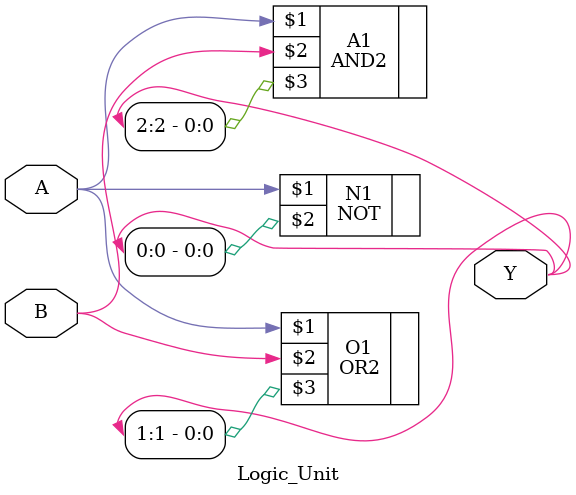
<source format=v>
`timescale 1ns / 1ps


module Logic_Unit(
    input A, B,
    output [0:2] Y
    );
    
    NOT N1 (A, Y[0]);
    OR2 O1 (A, B, Y[1]);
    AND2 A1 (A, B, Y[2]);
endmodule

</source>
